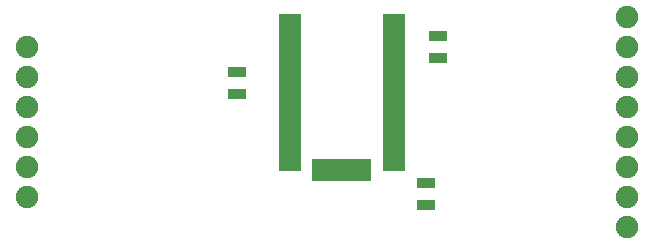
<source format=gts>
G04 #@! TF.FileFunction,Soldermask,Top*
%FSLAX46Y46*%
G04 Gerber Fmt 4.6, Leading zero omitted, Abs format (unit mm)*
G04 Created by KiCad (PCBNEW 4.0.7) date 01/22/18 17:36:01*
%MOMM*%
%LPD*%
G01*
G04 APERTURE LIST*
%ADD10C,0.100000*%
%ADD11R,1.501140X0.901700*%
%ADD12C,1.906220*%
%ADD13R,1.551940X0.952500*%
%ADD14R,1.900000X1.100000*%
%ADD15R,1.900000X1.400000*%
%ADD16R,1.100000X1.900000*%
G04 APERTURE END LIST*
D10*
D11*
X156718000Y-103819960D03*
X156718000Y-101920040D03*
X155702000Y-114366040D03*
X155702000Y-116265960D03*
D12*
X121920000Y-102870000D03*
X121920000Y-105410000D03*
X121920000Y-107950000D03*
X121920000Y-110490000D03*
X121920000Y-113030000D03*
X121920000Y-115570000D03*
D13*
X139700000Y-106867960D03*
X139700000Y-104968040D03*
D14*
X152990000Y-112880000D03*
X152990000Y-111880000D03*
X152990000Y-110880000D03*
X152990000Y-109880000D03*
X152990000Y-108880000D03*
X152990000Y-107880000D03*
X152990000Y-106880000D03*
X152990000Y-105880000D03*
X152990000Y-104880000D03*
X152990000Y-103880000D03*
X152990000Y-102880000D03*
X152990000Y-101880000D03*
D15*
X152990000Y-100730000D03*
X144190000Y-100730000D03*
D14*
X144190000Y-101880000D03*
X144190000Y-102880000D03*
X144190000Y-103880000D03*
X144190000Y-104880000D03*
X144190000Y-105880000D03*
X144190000Y-106880000D03*
X144190000Y-107880000D03*
X144190000Y-108880000D03*
X144190000Y-109880000D03*
X144190000Y-110880000D03*
X144190000Y-111880000D03*
X144190000Y-112880000D03*
D16*
X146590000Y-113280000D03*
X147590000Y-113280000D03*
X148590000Y-113280000D03*
X149590000Y-113280000D03*
X150590000Y-113280000D03*
D12*
X172720000Y-100330000D03*
X172720000Y-102870000D03*
X172720000Y-105410000D03*
X172720000Y-107950000D03*
X172720000Y-110490000D03*
X172720000Y-113030000D03*
X172720000Y-115570000D03*
X172720000Y-118110000D03*
M02*

</source>
